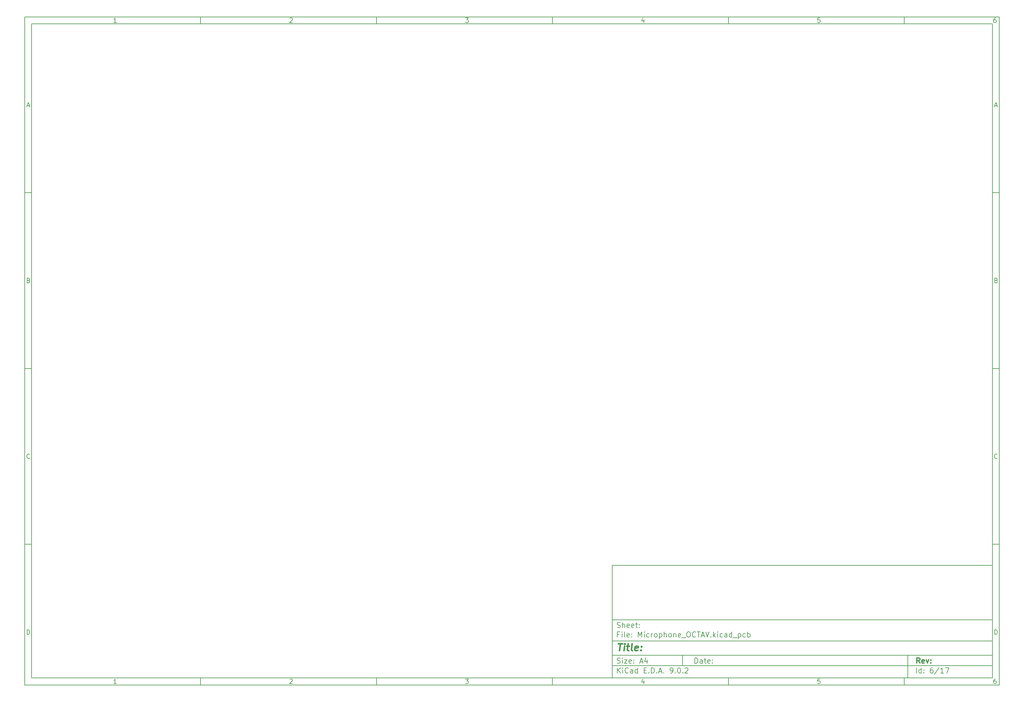
<source format=gbr>
%TF.GenerationSoftware,KiCad,Pcbnew,9.0.2*%
%TF.CreationDate,2025-08-29T05:40:04+02:00*%
%TF.ProjectId,Microphone_OCTAV,4d696372-6f70-4686-9f6e-655f4f435441,rev?*%
%TF.SameCoordinates,Original*%
%TF.FileFunction,Glue,Bot*%
%TF.FilePolarity,Positive*%
%FSLAX46Y46*%
G04 Gerber Fmt 4.6, Leading zero omitted, Abs format (unit mm)*
G04 Created by KiCad (PCBNEW 9.0.2) date 2025-08-29 05:40:04*
%MOMM*%
%LPD*%
G01*
G04 APERTURE LIST*
%ADD10C,0.100000*%
%ADD11C,0.150000*%
%ADD12C,0.300000*%
%ADD13C,0.400000*%
G04 APERTURE END LIST*
D10*
D11*
X177002200Y-166007200D02*
X285002200Y-166007200D01*
X285002200Y-198007200D01*
X177002200Y-198007200D01*
X177002200Y-166007200D01*
D10*
D11*
X10000000Y-10000000D02*
X287002200Y-10000000D01*
X287002200Y-200007200D01*
X10000000Y-200007200D01*
X10000000Y-10000000D01*
D10*
D11*
X12000000Y-12000000D02*
X285002200Y-12000000D01*
X285002200Y-198007200D01*
X12000000Y-198007200D01*
X12000000Y-12000000D01*
D10*
D11*
X60000000Y-12000000D02*
X60000000Y-10000000D01*
D10*
D11*
X110000000Y-12000000D02*
X110000000Y-10000000D01*
D10*
D11*
X160000000Y-12000000D02*
X160000000Y-10000000D01*
D10*
D11*
X210000000Y-12000000D02*
X210000000Y-10000000D01*
D10*
D11*
X260000000Y-12000000D02*
X260000000Y-10000000D01*
D10*
D11*
X36089160Y-11593604D02*
X35346303Y-11593604D01*
X35717731Y-11593604D02*
X35717731Y-10293604D01*
X35717731Y-10293604D02*
X35593922Y-10479319D01*
X35593922Y-10479319D02*
X35470112Y-10603128D01*
X35470112Y-10603128D02*
X35346303Y-10665033D01*
D10*
D11*
X85346303Y-10417414D02*
X85408207Y-10355509D01*
X85408207Y-10355509D02*
X85532017Y-10293604D01*
X85532017Y-10293604D02*
X85841541Y-10293604D01*
X85841541Y-10293604D02*
X85965350Y-10355509D01*
X85965350Y-10355509D02*
X86027255Y-10417414D01*
X86027255Y-10417414D02*
X86089160Y-10541223D01*
X86089160Y-10541223D02*
X86089160Y-10665033D01*
X86089160Y-10665033D02*
X86027255Y-10850747D01*
X86027255Y-10850747D02*
X85284398Y-11593604D01*
X85284398Y-11593604D02*
X86089160Y-11593604D01*
D10*
D11*
X135284398Y-10293604D02*
X136089160Y-10293604D01*
X136089160Y-10293604D02*
X135655826Y-10788842D01*
X135655826Y-10788842D02*
X135841541Y-10788842D01*
X135841541Y-10788842D02*
X135965350Y-10850747D01*
X135965350Y-10850747D02*
X136027255Y-10912652D01*
X136027255Y-10912652D02*
X136089160Y-11036461D01*
X136089160Y-11036461D02*
X136089160Y-11345985D01*
X136089160Y-11345985D02*
X136027255Y-11469795D01*
X136027255Y-11469795D02*
X135965350Y-11531700D01*
X135965350Y-11531700D02*
X135841541Y-11593604D01*
X135841541Y-11593604D02*
X135470112Y-11593604D01*
X135470112Y-11593604D02*
X135346303Y-11531700D01*
X135346303Y-11531700D02*
X135284398Y-11469795D01*
D10*
D11*
X185965350Y-10726938D02*
X185965350Y-11593604D01*
X185655826Y-10231700D02*
X185346303Y-11160271D01*
X185346303Y-11160271D02*
X186151064Y-11160271D01*
D10*
D11*
X236027255Y-10293604D02*
X235408207Y-10293604D01*
X235408207Y-10293604D02*
X235346303Y-10912652D01*
X235346303Y-10912652D02*
X235408207Y-10850747D01*
X235408207Y-10850747D02*
X235532017Y-10788842D01*
X235532017Y-10788842D02*
X235841541Y-10788842D01*
X235841541Y-10788842D02*
X235965350Y-10850747D01*
X235965350Y-10850747D02*
X236027255Y-10912652D01*
X236027255Y-10912652D02*
X236089160Y-11036461D01*
X236089160Y-11036461D02*
X236089160Y-11345985D01*
X236089160Y-11345985D02*
X236027255Y-11469795D01*
X236027255Y-11469795D02*
X235965350Y-11531700D01*
X235965350Y-11531700D02*
X235841541Y-11593604D01*
X235841541Y-11593604D02*
X235532017Y-11593604D01*
X235532017Y-11593604D02*
X235408207Y-11531700D01*
X235408207Y-11531700D02*
X235346303Y-11469795D01*
D10*
D11*
X285965350Y-10293604D02*
X285717731Y-10293604D01*
X285717731Y-10293604D02*
X285593922Y-10355509D01*
X285593922Y-10355509D02*
X285532017Y-10417414D01*
X285532017Y-10417414D02*
X285408207Y-10603128D01*
X285408207Y-10603128D02*
X285346303Y-10850747D01*
X285346303Y-10850747D02*
X285346303Y-11345985D01*
X285346303Y-11345985D02*
X285408207Y-11469795D01*
X285408207Y-11469795D02*
X285470112Y-11531700D01*
X285470112Y-11531700D02*
X285593922Y-11593604D01*
X285593922Y-11593604D02*
X285841541Y-11593604D01*
X285841541Y-11593604D02*
X285965350Y-11531700D01*
X285965350Y-11531700D02*
X286027255Y-11469795D01*
X286027255Y-11469795D02*
X286089160Y-11345985D01*
X286089160Y-11345985D02*
X286089160Y-11036461D01*
X286089160Y-11036461D02*
X286027255Y-10912652D01*
X286027255Y-10912652D02*
X285965350Y-10850747D01*
X285965350Y-10850747D02*
X285841541Y-10788842D01*
X285841541Y-10788842D02*
X285593922Y-10788842D01*
X285593922Y-10788842D02*
X285470112Y-10850747D01*
X285470112Y-10850747D02*
X285408207Y-10912652D01*
X285408207Y-10912652D02*
X285346303Y-11036461D01*
D10*
D11*
X60000000Y-198007200D02*
X60000000Y-200007200D01*
D10*
D11*
X110000000Y-198007200D02*
X110000000Y-200007200D01*
D10*
D11*
X160000000Y-198007200D02*
X160000000Y-200007200D01*
D10*
D11*
X210000000Y-198007200D02*
X210000000Y-200007200D01*
D10*
D11*
X260000000Y-198007200D02*
X260000000Y-200007200D01*
D10*
D11*
X36089160Y-199600804D02*
X35346303Y-199600804D01*
X35717731Y-199600804D02*
X35717731Y-198300804D01*
X35717731Y-198300804D02*
X35593922Y-198486519D01*
X35593922Y-198486519D02*
X35470112Y-198610328D01*
X35470112Y-198610328D02*
X35346303Y-198672233D01*
D10*
D11*
X85346303Y-198424614D02*
X85408207Y-198362709D01*
X85408207Y-198362709D02*
X85532017Y-198300804D01*
X85532017Y-198300804D02*
X85841541Y-198300804D01*
X85841541Y-198300804D02*
X85965350Y-198362709D01*
X85965350Y-198362709D02*
X86027255Y-198424614D01*
X86027255Y-198424614D02*
X86089160Y-198548423D01*
X86089160Y-198548423D02*
X86089160Y-198672233D01*
X86089160Y-198672233D02*
X86027255Y-198857947D01*
X86027255Y-198857947D02*
X85284398Y-199600804D01*
X85284398Y-199600804D02*
X86089160Y-199600804D01*
D10*
D11*
X135284398Y-198300804D02*
X136089160Y-198300804D01*
X136089160Y-198300804D02*
X135655826Y-198796042D01*
X135655826Y-198796042D02*
X135841541Y-198796042D01*
X135841541Y-198796042D02*
X135965350Y-198857947D01*
X135965350Y-198857947D02*
X136027255Y-198919852D01*
X136027255Y-198919852D02*
X136089160Y-199043661D01*
X136089160Y-199043661D02*
X136089160Y-199353185D01*
X136089160Y-199353185D02*
X136027255Y-199476995D01*
X136027255Y-199476995D02*
X135965350Y-199538900D01*
X135965350Y-199538900D02*
X135841541Y-199600804D01*
X135841541Y-199600804D02*
X135470112Y-199600804D01*
X135470112Y-199600804D02*
X135346303Y-199538900D01*
X135346303Y-199538900D02*
X135284398Y-199476995D01*
D10*
D11*
X185965350Y-198734138D02*
X185965350Y-199600804D01*
X185655826Y-198238900D02*
X185346303Y-199167471D01*
X185346303Y-199167471D02*
X186151064Y-199167471D01*
D10*
D11*
X236027255Y-198300804D02*
X235408207Y-198300804D01*
X235408207Y-198300804D02*
X235346303Y-198919852D01*
X235346303Y-198919852D02*
X235408207Y-198857947D01*
X235408207Y-198857947D02*
X235532017Y-198796042D01*
X235532017Y-198796042D02*
X235841541Y-198796042D01*
X235841541Y-198796042D02*
X235965350Y-198857947D01*
X235965350Y-198857947D02*
X236027255Y-198919852D01*
X236027255Y-198919852D02*
X236089160Y-199043661D01*
X236089160Y-199043661D02*
X236089160Y-199353185D01*
X236089160Y-199353185D02*
X236027255Y-199476995D01*
X236027255Y-199476995D02*
X235965350Y-199538900D01*
X235965350Y-199538900D02*
X235841541Y-199600804D01*
X235841541Y-199600804D02*
X235532017Y-199600804D01*
X235532017Y-199600804D02*
X235408207Y-199538900D01*
X235408207Y-199538900D02*
X235346303Y-199476995D01*
D10*
D11*
X285965350Y-198300804D02*
X285717731Y-198300804D01*
X285717731Y-198300804D02*
X285593922Y-198362709D01*
X285593922Y-198362709D02*
X285532017Y-198424614D01*
X285532017Y-198424614D02*
X285408207Y-198610328D01*
X285408207Y-198610328D02*
X285346303Y-198857947D01*
X285346303Y-198857947D02*
X285346303Y-199353185D01*
X285346303Y-199353185D02*
X285408207Y-199476995D01*
X285408207Y-199476995D02*
X285470112Y-199538900D01*
X285470112Y-199538900D02*
X285593922Y-199600804D01*
X285593922Y-199600804D02*
X285841541Y-199600804D01*
X285841541Y-199600804D02*
X285965350Y-199538900D01*
X285965350Y-199538900D02*
X286027255Y-199476995D01*
X286027255Y-199476995D02*
X286089160Y-199353185D01*
X286089160Y-199353185D02*
X286089160Y-199043661D01*
X286089160Y-199043661D02*
X286027255Y-198919852D01*
X286027255Y-198919852D02*
X285965350Y-198857947D01*
X285965350Y-198857947D02*
X285841541Y-198796042D01*
X285841541Y-198796042D02*
X285593922Y-198796042D01*
X285593922Y-198796042D02*
X285470112Y-198857947D01*
X285470112Y-198857947D02*
X285408207Y-198919852D01*
X285408207Y-198919852D02*
X285346303Y-199043661D01*
D10*
D11*
X10000000Y-60000000D02*
X12000000Y-60000000D01*
D10*
D11*
X10000000Y-110000000D02*
X12000000Y-110000000D01*
D10*
D11*
X10000000Y-160000000D02*
X12000000Y-160000000D01*
D10*
D11*
X10690476Y-35222176D02*
X11309523Y-35222176D01*
X10566666Y-35593604D02*
X10999999Y-34293604D01*
X10999999Y-34293604D02*
X11433333Y-35593604D01*
D10*
D11*
X11092857Y-84912652D02*
X11278571Y-84974557D01*
X11278571Y-84974557D02*
X11340476Y-85036461D01*
X11340476Y-85036461D02*
X11402380Y-85160271D01*
X11402380Y-85160271D02*
X11402380Y-85345985D01*
X11402380Y-85345985D02*
X11340476Y-85469795D01*
X11340476Y-85469795D02*
X11278571Y-85531700D01*
X11278571Y-85531700D02*
X11154761Y-85593604D01*
X11154761Y-85593604D02*
X10659523Y-85593604D01*
X10659523Y-85593604D02*
X10659523Y-84293604D01*
X10659523Y-84293604D02*
X11092857Y-84293604D01*
X11092857Y-84293604D02*
X11216666Y-84355509D01*
X11216666Y-84355509D02*
X11278571Y-84417414D01*
X11278571Y-84417414D02*
X11340476Y-84541223D01*
X11340476Y-84541223D02*
X11340476Y-84665033D01*
X11340476Y-84665033D02*
X11278571Y-84788842D01*
X11278571Y-84788842D02*
X11216666Y-84850747D01*
X11216666Y-84850747D02*
X11092857Y-84912652D01*
X11092857Y-84912652D02*
X10659523Y-84912652D01*
D10*
D11*
X11402380Y-135469795D02*
X11340476Y-135531700D01*
X11340476Y-135531700D02*
X11154761Y-135593604D01*
X11154761Y-135593604D02*
X11030952Y-135593604D01*
X11030952Y-135593604D02*
X10845238Y-135531700D01*
X10845238Y-135531700D02*
X10721428Y-135407890D01*
X10721428Y-135407890D02*
X10659523Y-135284080D01*
X10659523Y-135284080D02*
X10597619Y-135036461D01*
X10597619Y-135036461D02*
X10597619Y-134850747D01*
X10597619Y-134850747D02*
X10659523Y-134603128D01*
X10659523Y-134603128D02*
X10721428Y-134479319D01*
X10721428Y-134479319D02*
X10845238Y-134355509D01*
X10845238Y-134355509D02*
X11030952Y-134293604D01*
X11030952Y-134293604D02*
X11154761Y-134293604D01*
X11154761Y-134293604D02*
X11340476Y-134355509D01*
X11340476Y-134355509D02*
X11402380Y-134417414D01*
D10*
D11*
X10659523Y-185593604D02*
X10659523Y-184293604D01*
X10659523Y-184293604D02*
X10969047Y-184293604D01*
X10969047Y-184293604D02*
X11154761Y-184355509D01*
X11154761Y-184355509D02*
X11278571Y-184479319D01*
X11278571Y-184479319D02*
X11340476Y-184603128D01*
X11340476Y-184603128D02*
X11402380Y-184850747D01*
X11402380Y-184850747D02*
X11402380Y-185036461D01*
X11402380Y-185036461D02*
X11340476Y-185284080D01*
X11340476Y-185284080D02*
X11278571Y-185407890D01*
X11278571Y-185407890D02*
X11154761Y-185531700D01*
X11154761Y-185531700D02*
X10969047Y-185593604D01*
X10969047Y-185593604D02*
X10659523Y-185593604D01*
D10*
D11*
X287002200Y-60000000D02*
X285002200Y-60000000D01*
D10*
D11*
X287002200Y-110000000D02*
X285002200Y-110000000D01*
D10*
D11*
X287002200Y-160000000D02*
X285002200Y-160000000D01*
D10*
D11*
X285692676Y-35222176D02*
X286311723Y-35222176D01*
X285568866Y-35593604D02*
X286002199Y-34293604D01*
X286002199Y-34293604D02*
X286435533Y-35593604D01*
D10*
D11*
X286095057Y-84912652D02*
X286280771Y-84974557D01*
X286280771Y-84974557D02*
X286342676Y-85036461D01*
X286342676Y-85036461D02*
X286404580Y-85160271D01*
X286404580Y-85160271D02*
X286404580Y-85345985D01*
X286404580Y-85345985D02*
X286342676Y-85469795D01*
X286342676Y-85469795D02*
X286280771Y-85531700D01*
X286280771Y-85531700D02*
X286156961Y-85593604D01*
X286156961Y-85593604D02*
X285661723Y-85593604D01*
X285661723Y-85593604D02*
X285661723Y-84293604D01*
X285661723Y-84293604D02*
X286095057Y-84293604D01*
X286095057Y-84293604D02*
X286218866Y-84355509D01*
X286218866Y-84355509D02*
X286280771Y-84417414D01*
X286280771Y-84417414D02*
X286342676Y-84541223D01*
X286342676Y-84541223D02*
X286342676Y-84665033D01*
X286342676Y-84665033D02*
X286280771Y-84788842D01*
X286280771Y-84788842D02*
X286218866Y-84850747D01*
X286218866Y-84850747D02*
X286095057Y-84912652D01*
X286095057Y-84912652D02*
X285661723Y-84912652D01*
D10*
D11*
X286404580Y-135469795D02*
X286342676Y-135531700D01*
X286342676Y-135531700D02*
X286156961Y-135593604D01*
X286156961Y-135593604D02*
X286033152Y-135593604D01*
X286033152Y-135593604D02*
X285847438Y-135531700D01*
X285847438Y-135531700D02*
X285723628Y-135407890D01*
X285723628Y-135407890D02*
X285661723Y-135284080D01*
X285661723Y-135284080D02*
X285599819Y-135036461D01*
X285599819Y-135036461D02*
X285599819Y-134850747D01*
X285599819Y-134850747D02*
X285661723Y-134603128D01*
X285661723Y-134603128D02*
X285723628Y-134479319D01*
X285723628Y-134479319D02*
X285847438Y-134355509D01*
X285847438Y-134355509D02*
X286033152Y-134293604D01*
X286033152Y-134293604D02*
X286156961Y-134293604D01*
X286156961Y-134293604D02*
X286342676Y-134355509D01*
X286342676Y-134355509D02*
X286404580Y-134417414D01*
D10*
D11*
X285661723Y-185593604D02*
X285661723Y-184293604D01*
X285661723Y-184293604D02*
X285971247Y-184293604D01*
X285971247Y-184293604D02*
X286156961Y-184355509D01*
X286156961Y-184355509D02*
X286280771Y-184479319D01*
X286280771Y-184479319D02*
X286342676Y-184603128D01*
X286342676Y-184603128D02*
X286404580Y-184850747D01*
X286404580Y-184850747D02*
X286404580Y-185036461D01*
X286404580Y-185036461D02*
X286342676Y-185284080D01*
X286342676Y-185284080D02*
X286280771Y-185407890D01*
X286280771Y-185407890D02*
X286156961Y-185531700D01*
X286156961Y-185531700D02*
X285971247Y-185593604D01*
X285971247Y-185593604D02*
X285661723Y-185593604D01*
D10*
D11*
X200458026Y-193793328D02*
X200458026Y-192293328D01*
X200458026Y-192293328D02*
X200815169Y-192293328D01*
X200815169Y-192293328D02*
X201029455Y-192364757D01*
X201029455Y-192364757D02*
X201172312Y-192507614D01*
X201172312Y-192507614D02*
X201243741Y-192650471D01*
X201243741Y-192650471D02*
X201315169Y-192936185D01*
X201315169Y-192936185D02*
X201315169Y-193150471D01*
X201315169Y-193150471D02*
X201243741Y-193436185D01*
X201243741Y-193436185D02*
X201172312Y-193579042D01*
X201172312Y-193579042D02*
X201029455Y-193721900D01*
X201029455Y-193721900D02*
X200815169Y-193793328D01*
X200815169Y-193793328D02*
X200458026Y-193793328D01*
X202600884Y-193793328D02*
X202600884Y-193007614D01*
X202600884Y-193007614D02*
X202529455Y-192864757D01*
X202529455Y-192864757D02*
X202386598Y-192793328D01*
X202386598Y-192793328D02*
X202100884Y-192793328D01*
X202100884Y-192793328D02*
X201958026Y-192864757D01*
X202600884Y-193721900D02*
X202458026Y-193793328D01*
X202458026Y-193793328D02*
X202100884Y-193793328D01*
X202100884Y-193793328D02*
X201958026Y-193721900D01*
X201958026Y-193721900D02*
X201886598Y-193579042D01*
X201886598Y-193579042D02*
X201886598Y-193436185D01*
X201886598Y-193436185D02*
X201958026Y-193293328D01*
X201958026Y-193293328D02*
X202100884Y-193221900D01*
X202100884Y-193221900D02*
X202458026Y-193221900D01*
X202458026Y-193221900D02*
X202600884Y-193150471D01*
X203100884Y-192793328D02*
X203672312Y-192793328D01*
X203315169Y-192293328D02*
X203315169Y-193579042D01*
X203315169Y-193579042D02*
X203386598Y-193721900D01*
X203386598Y-193721900D02*
X203529455Y-193793328D01*
X203529455Y-193793328D02*
X203672312Y-193793328D01*
X204743741Y-193721900D02*
X204600884Y-193793328D01*
X204600884Y-193793328D02*
X204315170Y-193793328D01*
X204315170Y-193793328D02*
X204172312Y-193721900D01*
X204172312Y-193721900D02*
X204100884Y-193579042D01*
X204100884Y-193579042D02*
X204100884Y-193007614D01*
X204100884Y-193007614D02*
X204172312Y-192864757D01*
X204172312Y-192864757D02*
X204315170Y-192793328D01*
X204315170Y-192793328D02*
X204600884Y-192793328D01*
X204600884Y-192793328D02*
X204743741Y-192864757D01*
X204743741Y-192864757D02*
X204815170Y-193007614D01*
X204815170Y-193007614D02*
X204815170Y-193150471D01*
X204815170Y-193150471D02*
X204100884Y-193293328D01*
X205458026Y-193650471D02*
X205529455Y-193721900D01*
X205529455Y-193721900D02*
X205458026Y-193793328D01*
X205458026Y-193793328D02*
X205386598Y-193721900D01*
X205386598Y-193721900D02*
X205458026Y-193650471D01*
X205458026Y-193650471D02*
X205458026Y-193793328D01*
X205458026Y-192864757D02*
X205529455Y-192936185D01*
X205529455Y-192936185D02*
X205458026Y-193007614D01*
X205458026Y-193007614D02*
X205386598Y-192936185D01*
X205386598Y-192936185D02*
X205458026Y-192864757D01*
X205458026Y-192864757D02*
X205458026Y-193007614D01*
D10*
D11*
X177002200Y-194507200D02*
X285002200Y-194507200D01*
D10*
D11*
X178458026Y-196593328D02*
X178458026Y-195093328D01*
X179315169Y-196593328D02*
X178672312Y-195736185D01*
X179315169Y-195093328D02*
X178458026Y-195950471D01*
X179958026Y-196593328D02*
X179958026Y-195593328D01*
X179958026Y-195093328D02*
X179886598Y-195164757D01*
X179886598Y-195164757D02*
X179958026Y-195236185D01*
X179958026Y-195236185D02*
X180029455Y-195164757D01*
X180029455Y-195164757D02*
X179958026Y-195093328D01*
X179958026Y-195093328D02*
X179958026Y-195236185D01*
X181529455Y-196450471D02*
X181458027Y-196521900D01*
X181458027Y-196521900D02*
X181243741Y-196593328D01*
X181243741Y-196593328D02*
X181100884Y-196593328D01*
X181100884Y-196593328D02*
X180886598Y-196521900D01*
X180886598Y-196521900D02*
X180743741Y-196379042D01*
X180743741Y-196379042D02*
X180672312Y-196236185D01*
X180672312Y-196236185D02*
X180600884Y-195950471D01*
X180600884Y-195950471D02*
X180600884Y-195736185D01*
X180600884Y-195736185D02*
X180672312Y-195450471D01*
X180672312Y-195450471D02*
X180743741Y-195307614D01*
X180743741Y-195307614D02*
X180886598Y-195164757D01*
X180886598Y-195164757D02*
X181100884Y-195093328D01*
X181100884Y-195093328D02*
X181243741Y-195093328D01*
X181243741Y-195093328D02*
X181458027Y-195164757D01*
X181458027Y-195164757D02*
X181529455Y-195236185D01*
X182815170Y-196593328D02*
X182815170Y-195807614D01*
X182815170Y-195807614D02*
X182743741Y-195664757D01*
X182743741Y-195664757D02*
X182600884Y-195593328D01*
X182600884Y-195593328D02*
X182315170Y-195593328D01*
X182315170Y-195593328D02*
X182172312Y-195664757D01*
X182815170Y-196521900D02*
X182672312Y-196593328D01*
X182672312Y-196593328D02*
X182315170Y-196593328D01*
X182315170Y-196593328D02*
X182172312Y-196521900D01*
X182172312Y-196521900D02*
X182100884Y-196379042D01*
X182100884Y-196379042D02*
X182100884Y-196236185D01*
X182100884Y-196236185D02*
X182172312Y-196093328D01*
X182172312Y-196093328D02*
X182315170Y-196021900D01*
X182315170Y-196021900D02*
X182672312Y-196021900D01*
X182672312Y-196021900D02*
X182815170Y-195950471D01*
X184172313Y-196593328D02*
X184172313Y-195093328D01*
X184172313Y-196521900D02*
X184029455Y-196593328D01*
X184029455Y-196593328D02*
X183743741Y-196593328D01*
X183743741Y-196593328D02*
X183600884Y-196521900D01*
X183600884Y-196521900D02*
X183529455Y-196450471D01*
X183529455Y-196450471D02*
X183458027Y-196307614D01*
X183458027Y-196307614D02*
X183458027Y-195879042D01*
X183458027Y-195879042D02*
X183529455Y-195736185D01*
X183529455Y-195736185D02*
X183600884Y-195664757D01*
X183600884Y-195664757D02*
X183743741Y-195593328D01*
X183743741Y-195593328D02*
X184029455Y-195593328D01*
X184029455Y-195593328D02*
X184172313Y-195664757D01*
X186029455Y-195807614D02*
X186529455Y-195807614D01*
X186743741Y-196593328D02*
X186029455Y-196593328D01*
X186029455Y-196593328D02*
X186029455Y-195093328D01*
X186029455Y-195093328D02*
X186743741Y-195093328D01*
X187386598Y-196450471D02*
X187458027Y-196521900D01*
X187458027Y-196521900D02*
X187386598Y-196593328D01*
X187386598Y-196593328D02*
X187315170Y-196521900D01*
X187315170Y-196521900D02*
X187386598Y-196450471D01*
X187386598Y-196450471D02*
X187386598Y-196593328D01*
X188100884Y-196593328D02*
X188100884Y-195093328D01*
X188100884Y-195093328D02*
X188458027Y-195093328D01*
X188458027Y-195093328D02*
X188672313Y-195164757D01*
X188672313Y-195164757D02*
X188815170Y-195307614D01*
X188815170Y-195307614D02*
X188886599Y-195450471D01*
X188886599Y-195450471D02*
X188958027Y-195736185D01*
X188958027Y-195736185D02*
X188958027Y-195950471D01*
X188958027Y-195950471D02*
X188886599Y-196236185D01*
X188886599Y-196236185D02*
X188815170Y-196379042D01*
X188815170Y-196379042D02*
X188672313Y-196521900D01*
X188672313Y-196521900D02*
X188458027Y-196593328D01*
X188458027Y-196593328D02*
X188100884Y-196593328D01*
X189600884Y-196450471D02*
X189672313Y-196521900D01*
X189672313Y-196521900D02*
X189600884Y-196593328D01*
X189600884Y-196593328D02*
X189529456Y-196521900D01*
X189529456Y-196521900D02*
X189600884Y-196450471D01*
X189600884Y-196450471D02*
X189600884Y-196593328D01*
X190243742Y-196164757D02*
X190958028Y-196164757D01*
X190100885Y-196593328D02*
X190600885Y-195093328D01*
X190600885Y-195093328D02*
X191100885Y-196593328D01*
X191600884Y-196450471D02*
X191672313Y-196521900D01*
X191672313Y-196521900D02*
X191600884Y-196593328D01*
X191600884Y-196593328D02*
X191529456Y-196521900D01*
X191529456Y-196521900D02*
X191600884Y-196450471D01*
X191600884Y-196450471D02*
X191600884Y-196593328D01*
X193529456Y-196593328D02*
X193815170Y-196593328D01*
X193815170Y-196593328D02*
X193958027Y-196521900D01*
X193958027Y-196521900D02*
X194029456Y-196450471D01*
X194029456Y-196450471D02*
X194172313Y-196236185D01*
X194172313Y-196236185D02*
X194243742Y-195950471D01*
X194243742Y-195950471D02*
X194243742Y-195379042D01*
X194243742Y-195379042D02*
X194172313Y-195236185D01*
X194172313Y-195236185D02*
X194100885Y-195164757D01*
X194100885Y-195164757D02*
X193958027Y-195093328D01*
X193958027Y-195093328D02*
X193672313Y-195093328D01*
X193672313Y-195093328D02*
X193529456Y-195164757D01*
X193529456Y-195164757D02*
X193458027Y-195236185D01*
X193458027Y-195236185D02*
X193386599Y-195379042D01*
X193386599Y-195379042D02*
X193386599Y-195736185D01*
X193386599Y-195736185D02*
X193458027Y-195879042D01*
X193458027Y-195879042D02*
X193529456Y-195950471D01*
X193529456Y-195950471D02*
X193672313Y-196021900D01*
X193672313Y-196021900D02*
X193958027Y-196021900D01*
X193958027Y-196021900D02*
X194100885Y-195950471D01*
X194100885Y-195950471D02*
X194172313Y-195879042D01*
X194172313Y-195879042D02*
X194243742Y-195736185D01*
X194886598Y-196450471D02*
X194958027Y-196521900D01*
X194958027Y-196521900D02*
X194886598Y-196593328D01*
X194886598Y-196593328D02*
X194815170Y-196521900D01*
X194815170Y-196521900D02*
X194886598Y-196450471D01*
X194886598Y-196450471D02*
X194886598Y-196593328D01*
X195886599Y-195093328D02*
X196029456Y-195093328D01*
X196029456Y-195093328D02*
X196172313Y-195164757D01*
X196172313Y-195164757D02*
X196243742Y-195236185D01*
X196243742Y-195236185D02*
X196315170Y-195379042D01*
X196315170Y-195379042D02*
X196386599Y-195664757D01*
X196386599Y-195664757D02*
X196386599Y-196021900D01*
X196386599Y-196021900D02*
X196315170Y-196307614D01*
X196315170Y-196307614D02*
X196243742Y-196450471D01*
X196243742Y-196450471D02*
X196172313Y-196521900D01*
X196172313Y-196521900D02*
X196029456Y-196593328D01*
X196029456Y-196593328D02*
X195886599Y-196593328D01*
X195886599Y-196593328D02*
X195743742Y-196521900D01*
X195743742Y-196521900D02*
X195672313Y-196450471D01*
X195672313Y-196450471D02*
X195600884Y-196307614D01*
X195600884Y-196307614D02*
X195529456Y-196021900D01*
X195529456Y-196021900D02*
X195529456Y-195664757D01*
X195529456Y-195664757D02*
X195600884Y-195379042D01*
X195600884Y-195379042D02*
X195672313Y-195236185D01*
X195672313Y-195236185D02*
X195743742Y-195164757D01*
X195743742Y-195164757D02*
X195886599Y-195093328D01*
X197029455Y-196450471D02*
X197100884Y-196521900D01*
X197100884Y-196521900D02*
X197029455Y-196593328D01*
X197029455Y-196593328D02*
X196958027Y-196521900D01*
X196958027Y-196521900D02*
X197029455Y-196450471D01*
X197029455Y-196450471D02*
X197029455Y-196593328D01*
X197672313Y-195236185D02*
X197743741Y-195164757D01*
X197743741Y-195164757D02*
X197886599Y-195093328D01*
X197886599Y-195093328D02*
X198243741Y-195093328D01*
X198243741Y-195093328D02*
X198386599Y-195164757D01*
X198386599Y-195164757D02*
X198458027Y-195236185D01*
X198458027Y-195236185D02*
X198529456Y-195379042D01*
X198529456Y-195379042D02*
X198529456Y-195521900D01*
X198529456Y-195521900D02*
X198458027Y-195736185D01*
X198458027Y-195736185D02*
X197600884Y-196593328D01*
X197600884Y-196593328D02*
X198529456Y-196593328D01*
D10*
D11*
X177002200Y-191507200D02*
X285002200Y-191507200D01*
D10*
D12*
X264413853Y-193785528D02*
X263913853Y-193071242D01*
X263556710Y-193785528D02*
X263556710Y-192285528D01*
X263556710Y-192285528D02*
X264128139Y-192285528D01*
X264128139Y-192285528D02*
X264270996Y-192356957D01*
X264270996Y-192356957D02*
X264342425Y-192428385D01*
X264342425Y-192428385D02*
X264413853Y-192571242D01*
X264413853Y-192571242D02*
X264413853Y-192785528D01*
X264413853Y-192785528D02*
X264342425Y-192928385D01*
X264342425Y-192928385D02*
X264270996Y-192999814D01*
X264270996Y-192999814D02*
X264128139Y-193071242D01*
X264128139Y-193071242D02*
X263556710Y-193071242D01*
X265628139Y-193714100D02*
X265485282Y-193785528D01*
X265485282Y-193785528D02*
X265199568Y-193785528D01*
X265199568Y-193785528D02*
X265056710Y-193714100D01*
X265056710Y-193714100D02*
X264985282Y-193571242D01*
X264985282Y-193571242D02*
X264985282Y-192999814D01*
X264985282Y-192999814D02*
X265056710Y-192856957D01*
X265056710Y-192856957D02*
X265199568Y-192785528D01*
X265199568Y-192785528D02*
X265485282Y-192785528D01*
X265485282Y-192785528D02*
X265628139Y-192856957D01*
X265628139Y-192856957D02*
X265699568Y-192999814D01*
X265699568Y-192999814D02*
X265699568Y-193142671D01*
X265699568Y-193142671D02*
X264985282Y-193285528D01*
X266199567Y-192785528D02*
X266556710Y-193785528D01*
X266556710Y-193785528D02*
X266913853Y-192785528D01*
X267485281Y-193642671D02*
X267556710Y-193714100D01*
X267556710Y-193714100D02*
X267485281Y-193785528D01*
X267485281Y-193785528D02*
X267413853Y-193714100D01*
X267413853Y-193714100D02*
X267485281Y-193642671D01*
X267485281Y-193642671D02*
X267485281Y-193785528D01*
X267485281Y-192856957D02*
X267556710Y-192928385D01*
X267556710Y-192928385D02*
X267485281Y-192999814D01*
X267485281Y-192999814D02*
X267413853Y-192928385D01*
X267413853Y-192928385D02*
X267485281Y-192856957D01*
X267485281Y-192856957D02*
X267485281Y-192999814D01*
D10*
D11*
X178386598Y-193721900D02*
X178600884Y-193793328D01*
X178600884Y-193793328D02*
X178958026Y-193793328D01*
X178958026Y-193793328D02*
X179100884Y-193721900D01*
X179100884Y-193721900D02*
X179172312Y-193650471D01*
X179172312Y-193650471D02*
X179243741Y-193507614D01*
X179243741Y-193507614D02*
X179243741Y-193364757D01*
X179243741Y-193364757D02*
X179172312Y-193221900D01*
X179172312Y-193221900D02*
X179100884Y-193150471D01*
X179100884Y-193150471D02*
X178958026Y-193079042D01*
X178958026Y-193079042D02*
X178672312Y-193007614D01*
X178672312Y-193007614D02*
X178529455Y-192936185D01*
X178529455Y-192936185D02*
X178458026Y-192864757D01*
X178458026Y-192864757D02*
X178386598Y-192721900D01*
X178386598Y-192721900D02*
X178386598Y-192579042D01*
X178386598Y-192579042D02*
X178458026Y-192436185D01*
X178458026Y-192436185D02*
X178529455Y-192364757D01*
X178529455Y-192364757D02*
X178672312Y-192293328D01*
X178672312Y-192293328D02*
X179029455Y-192293328D01*
X179029455Y-192293328D02*
X179243741Y-192364757D01*
X179886597Y-193793328D02*
X179886597Y-192793328D01*
X179886597Y-192293328D02*
X179815169Y-192364757D01*
X179815169Y-192364757D02*
X179886597Y-192436185D01*
X179886597Y-192436185D02*
X179958026Y-192364757D01*
X179958026Y-192364757D02*
X179886597Y-192293328D01*
X179886597Y-192293328D02*
X179886597Y-192436185D01*
X180458026Y-192793328D02*
X181243741Y-192793328D01*
X181243741Y-192793328D02*
X180458026Y-193793328D01*
X180458026Y-193793328D02*
X181243741Y-193793328D01*
X182386598Y-193721900D02*
X182243741Y-193793328D01*
X182243741Y-193793328D02*
X181958027Y-193793328D01*
X181958027Y-193793328D02*
X181815169Y-193721900D01*
X181815169Y-193721900D02*
X181743741Y-193579042D01*
X181743741Y-193579042D02*
X181743741Y-193007614D01*
X181743741Y-193007614D02*
X181815169Y-192864757D01*
X181815169Y-192864757D02*
X181958027Y-192793328D01*
X181958027Y-192793328D02*
X182243741Y-192793328D01*
X182243741Y-192793328D02*
X182386598Y-192864757D01*
X182386598Y-192864757D02*
X182458027Y-193007614D01*
X182458027Y-193007614D02*
X182458027Y-193150471D01*
X182458027Y-193150471D02*
X181743741Y-193293328D01*
X183100883Y-193650471D02*
X183172312Y-193721900D01*
X183172312Y-193721900D02*
X183100883Y-193793328D01*
X183100883Y-193793328D02*
X183029455Y-193721900D01*
X183029455Y-193721900D02*
X183100883Y-193650471D01*
X183100883Y-193650471D02*
X183100883Y-193793328D01*
X183100883Y-192864757D02*
X183172312Y-192936185D01*
X183172312Y-192936185D02*
X183100883Y-193007614D01*
X183100883Y-193007614D02*
X183029455Y-192936185D01*
X183029455Y-192936185D02*
X183100883Y-192864757D01*
X183100883Y-192864757D02*
X183100883Y-193007614D01*
X184886598Y-193364757D02*
X185600884Y-193364757D01*
X184743741Y-193793328D02*
X185243741Y-192293328D01*
X185243741Y-192293328D02*
X185743741Y-193793328D01*
X186886598Y-192793328D02*
X186886598Y-193793328D01*
X186529455Y-192221900D02*
X186172312Y-193293328D01*
X186172312Y-193293328D02*
X187100883Y-193293328D01*
D10*
D11*
X263458026Y-196593328D02*
X263458026Y-195093328D01*
X264815170Y-196593328D02*
X264815170Y-195093328D01*
X264815170Y-196521900D02*
X264672312Y-196593328D01*
X264672312Y-196593328D02*
X264386598Y-196593328D01*
X264386598Y-196593328D02*
X264243741Y-196521900D01*
X264243741Y-196521900D02*
X264172312Y-196450471D01*
X264172312Y-196450471D02*
X264100884Y-196307614D01*
X264100884Y-196307614D02*
X264100884Y-195879042D01*
X264100884Y-195879042D02*
X264172312Y-195736185D01*
X264172312Y-195736185D02*
X264243741Y-195664757D01*
X264243741Y-195664757D02*
X264386598Y-195593328D01*
X264386598Y-195593328D02*
X264672312Y-195593328D01*
X264672312Y-195593328D02*
X264815170Y-195664757D01*
X265529455Y-196450471D02*
X265600884Y-196521900D01*
X265600884Y-196521900D02*
X265529455Y-196593328D01*
X265529455Y-196593328D02*
X265458027Y-196521900D01*
X265458027Y-196521900D02*
X265529455Y-196450471D01*
X265529455Y-196450471D02*
X265529455Y-196593328D01*
X265529455Y-195664757D02*
X265600884Y-195736185D01*
X265600884Y-195736185D02*
X265529455Y-195807614D01*
X265529455Y-195807614D02*
X265458027Y-195736185D01*
X265458027Y-195736185D02*
X265529455Y-195664757D01*
X265529455Y-195664757D02*
X265529455Y-195807614D01*
X268029456Y-195093328D02*
X267743741Y-195093328D01*
X267743741Y-195093328D02*
X267600884Y-195164757D01*
X267600884Y-195164757D02*
X267529456Y-195236185D01*
X267529456Y-195236185D02*
X267386598Y-195450471D01*
X267386598Y-195450471D02*
X267315170Y-195736185D01*
X267315170Y-195736185D02*
X267315170Y-196307614D01*
X267315170Y-196307614D02*
X267386598Y-196450471D01*
X267386598Y-196450471D02*
X267458027Y-196521900D01*
X267458027Y-196521900D02*
X267600884Y-196593328D01*
X267600884Y-196593328D02*
X267886598Y-196593328D01*
X267886598Y-196593328D02*
X268029456Y-196521900D01*
X268029456Y-196521900D02*
X268100884Y-196450471D01*
X268100884Y-196450471D02*
X268172313Y-196307614D01*
X268172313Y-196307614D02*
X268172313Y-195950471D01*
X268172313Y-195950471D02*
X268100884Y-195807614D01*
X268100884Y-195807614D02*
X268029456Y-195736185D01*
X268029456Y-195736185D02*
X267886598Y-195664757D01*
X267886598Y-195664757D02*
X267600884Y-195664757D01*
X267600884Y-195664757D02*
X267458027Y-195736185D01*
X267458027Y-195736185D02*
X267386598Y-195807614D01*
X267386598Y-195807614D02*
X267315170Y-195950471D01*
X269886598Y-195021900D02*
X268600884Y-196950471D01*
X271172313Y-196593328D02*
X270315170Y-196593328D01*
X270743741Y-196593328D02*
X270743741Y-195093328D01*
X270743741Y-195093328D02*
X270600884Y-195307614D01*
X270600884Y-195307614D02*
X270458027Y-195450471D01*
X270458027Y-195450471D02*
X270315170Y-195521900D01*
X271672312Y-195093328D02*
X272672312Y-195093328D01*
X272672312Y-195093328D02*
X272029455Y-196593328D01*
D10*
D11*
X177002200Y-187507200D02*
X285002200Y-187507200D01*
D10*
D13*
X178693928Y-188211638D02*
X179836785Y-188211638D01*
X179015357Y-190211638D02*
X179265357Y-188211638D01*
X180253452Y-190211638D02*
X180420119Y-188878304D01*
X180503452Y-188211638D02*
X180396309Y-188306876D01*
X180396309Y-188306876D02*
X180479643Y-188402114D01*
X180479643Y-188402114D02*
X180586786Y-188306876D01*
X180586786Y-188306876D02*
X180503452Y-188211638D01*
X180503452Y-188211638D02*
X180479643Y-188402114D01*
X181086786Y-188878304D02*
X181848690Y-188878304D01*
X181455833Y-188211638D02*
X181241548Y-189925923D01*
X181241548Y-189925923D02*
X181312976Y-190116400D01*
X181312976Y-190116400D02*
X181491548Y-190211638D01*
X181491548Y-190211638D02*
X181682024Y-190211638D01*
X182634405Y-190211638D02*
X182455833Y-190116400D01*
X182455833Y-190116400D02*
X182384405Y-189925923D01*
X182384405Y-189925923D02*
X182598690Y-188211638D01*
X184170119Y-190116400D02*
X183967738Y-190211638D01*
X183967738Y-190211638D02*
X183586785Y-190211638D01*
X183586785Y-190211638D02*
X183408214Y-190116400D01*
X183408214Y-190116400D02*
X183336785Y-189925923D01*
X183336785Y-189925923D02*
X183432024Y-189164019D01*
X183432024Y-189164019D02*
X183551071Y-188973542D01*
X183551071Y-188973542D02*
X183753452Y-188878304D01*
X183753452Y-188878304D02*
X184134404Y-188878304D01*
X184134404Y-188878304D02*
X184312976Y-188973542D01*
X184312976Y-188973542D02*
X184384404Y-189164019D01*
X184384404Y-189164019D02*
X184360595Y-189354495D01*
X184360595Y-189354495D02*
X183384404Y-189544971D01*
X185134405Y-190021161D02*
X185217738Y-190116400D01*
X185217738Y-190116400D02*
X185110595Y-190211638D01*
X185110595Y-190211638D02*
X185027262Y-190116400D01*
X185027262Y-190116400D02*
X185134405Y-190021161D01*
X185134405Y-190021161D02*
X185110595Y-190211638D01*
X185265357Y-188973542D02*
X185348690Y-189068780D01*
X185348690Y-189068780D02*
X185241548Y-189164019D01*
X185241548Y-189164019D02*
X185158214Y-189068780D01*
X185158214Y-189068780D02*
X185265357Y-188973542D01*
X185265357Y-188973542D02*
X185241548Y-189164019D01*
D10*
D11*
X178958026Y-185607614D02*
X178458026Y-185607614D01*
X178458026Y-186393328D02*
X178458026Y-184893328D01*
X178458026Y-184893328D02*
X179172312Y-184893328D01*
X179743740Y-186393328D02*
X179743740Y-185393328D01*
X179743740Y-184893328D02*
X179672312Y-184964757D01*
X179672312Y-184964757D02*
X179743740Y-185036185D01*
X179743740Y-185036185D02*
X179815169Y-184964757D01*
X179815169Y-184964757D02*
X179743740Y-184893328D01*
X179743740Y-184893328D02*
X179743740Y-185036185D01*
X180672312Y-186393328D02*
X180529455Y-186321900D01*
X180529455Y-186321900D02*
X180458026Y-186179042D01*
X180458026Y-186179042D02*
X180458026Y-184893328D01*
X181815169Y-186321900D02*
X181672312Y-186393328D01*
X181672312Y-186393328D02*
X181386598Y-186393328D01*
X181386598Y-186393328D02*
X181243740Y-186321900D01*
X181243740Y-186321900D02*
X181172312Y-186179042D01*
X181172312Y-186179042D02*
X181172312Y-185607614D01*
X181172312Y-185607614D02*
X181243740Y-185464757D01*
X181243740Y-185464757D02*
X181386598Y-185393328D01*
X181386598Y-185393328D02*
X181672312Y-185393328D01*
X181672312Y-185393328D02*
X181815169Y-185464757D01*
X181815169Y-185464757D02*
X181886598Y-185607614D01*
X181886598Y-185607614D02*
X181886598Y-185750471D01*
X181886598Y-185750471D02*
X181172312Y-185893328D01*
X182529454Y-186250471D02*
X182600883Y-186321900D01*
X182600883Y-186321900D02*
X182529454Y-186393328D01*
X182529454Y-186393328D02*
X182458026Y-186321900D01*
X182458026Y-186321900D02*
X182529454Y-186250471D01*
X182529454Y-186250471D02*
X182529454Y-186393328D01*
X182529454Y-185464757D02*
X182600883Y-185536185D01*
X182600883Y-185536185D02*
X182529454Y-185607614D01*
X182529454Y-185607614D02*
X182458026Y-185536185D01*
X182458026Y-185536185D02*
X182529454Y-185464757D01*
X182529454Y-185464757D02*
X182529454Y-185607614D01*
X184386597Y-186393328D02*
X184386597Y-184893328D01*
X184386597Y-184893328D02*
X184886597Y-185964757D01*
X184886597Y-185964757D02*
X185386597Y-184893328D01*
X185386597Y-184893328D02*
X185386597Y-186393328D01*
X186100883Y-186393328D02*
X186100883Y-185393328D01*
X186100883Y-184893328D02*
X186029455Y-184964757D01*
X186029455Y-184964757D02*
X186100883Y-185036185D01*
X186100883Y-185036185D02*
X186172312Y-184964757D01*
X186172312Y-184964757D02*
X186100883Y-184893328D01*
X186100883Y-184893328D02*
X186100883Y-185036185D01*
X187458027Y-186321900D02*
X187315169Y-186393328D01*
X187315169Y-186393328D02*
X187029455Y-186393328D01*
X187029455Y-186393328D02*
X186886598Y-186321900D01*
X186886598Y-186321900D02*
X186815169Y-186250471D01*
X186815169Y-186250471D02*
X186743741Y-186107614D01*
X186743741Y-186107614D02*
X186743741Y-185679042D01*
X186743741Y-185679042D02*
X186815169Y-185536185D01*
X186815169Y-185536185D02*
X186886598Y-185464757D01*
X186886598Y-185464757D02*
X187029455Y-185393328D01*
X187029455Y-185393328D02*
X187315169Y-185393328D01*
X187315169Y-185393328D02*
X187458027Y-185464757D01*
X188100883Y-186393328D02*
X188100883Y-185393328D01*
X188100883Y-185679042D02*
X188172312Y-185536185D01*
X188172312Y-185536185D02*
X188243741Y-185464757D01*
X188243741Y-185464757D02*
X188386598Y-185393328D01*
X188386598Y-185393328D02*
X188529455Y-185393328D01*
X189243740Y-186393328D02*
X189100883Y-186321900D01*
X189100883Y-186321900D02*
X189029454Y-186250471D01*
X189029454Y-186250471D02*
X188958026Y-186107614D01*
X188958026Y-186107614D02*
X188958026Y-185679042D01*
X188958026Y-185679042D02*
X189029454Y-185536185D01*
X189029454Y-185536185D02*
X189100883Y-185464757D01*
X189100883Y-185464757D02*
X189243740Y-185393328D01*
X189243740Y-185393328D02*
X189458026Y-185393328D01*
X189458026Y-185393328D02*
X189600883Y-185464757D01*
X189600883Y-185464757D02*
X189672312Y-185536185D01*
X189672312Y-185536185D02*
X189743740Y-185679042D01*
X189743740Y-185679042D02*
X189743740Y-186107614D01*
X189743740Y-186107614D02*
X189672312Y-186250471D01*
X189672312Y-186250471D02*
X189600883Y-186321900D01*
X189600883Y-186321900D02*
X189458026Y-186393328D01*
X189458026Y-186393328D02*
X189243740Y-186393328D01*
X190386597Y-185393328D02*
X190386597Y-186893328D01*
X190386597Y-185464757D02*
X190529455Y-185393328D01*
X190529455Y-185393328D02*
X190815169Y-185393328D01*
X190815169Y-185393328D02*
X190958026Y-185464757D01*
X190958026Y-185464757D02*
X191029455Y-185536185D01*
X191029455Y-185536185D02*
X191100883Y-185679042D01*
X191100883Y-185679042D02*
X191100883Y-186107614D01*
X191100883Y-186107614D02*
X191029455Y-186250471D01*
X191029455Y-186250471D02*
X190958026Y-186321900D01*
X190958026Y-186321900D02*
X190815169Y-186393328D01*
X190815169Y-186393328D02*
X190529455Y-186393328D01*
X190529455Y-186393328D02*
X190386597Y-186321900D01*
X191743740Y-186393328D02*
X191743740Y-184893328D01*
X192386598Y-186393328D02*
X192386598Y-185607614D01*
X192386598Y-185607614D02*
X192315169Y-185464757D01*
X192315169Y-185464757D02*
X192172312Y-185393328D01*
X192172312Y-185393328D02*
X191958026Y-185393328D01*
X191958026Y-185393328D02*
X191815169Y-185464757D01*
X191815169Y-185464757D02*
X191743740Y-185536185D01*
X193315169Y-186393328D02*
X193172312Y-186321900D01*
X193172312Y-186321900D02*
X193100883Y-186250471D01*
X193100883Y-186250471D02*
X193029455Y-186107614D01*
X193029455Y-186107614D02*
X193029455Y-185679042D01*
X193029455Y-185679042D02*
X193100883Y-185536185D01*
X193100883Y-185536185D02*
X193172312Y-185464757D01*
X193172312Y-185464757D02*
X193315169Y-185393328D01*
X193315169Y-185393328D02*
X193529455Y-185393328D01*
X193529455Y-185393328D02*
X193672312Y-185464757D01*
X193672312Y-185464757D02*
X193743741Y-185536185D01*
X193743741Y-185536185D02*
X193815169Y-185679042D01*
X193815169Y-185679042D02*
X193815169Y-186107614D01*
X193815169Y-186107614D02*
X193743741Y-186250471D01*
X193743741Y-186250471D02*
X193672312Y-186321900D01*
X193672312Y-186321900D02*
X193529455Y-186393328D01*
X193529455Y-186393328D02*
X193315169Y-186393328D01*
X194458026Y-185393328D02*
X194458026Y-186393328D01*
X194458026Y-185536185D02*
X194529455Y-185464757D01*
X194529455Y-185464757D02*
X194672312Y-185393328D01*
X194672312Y-185393328D02*
X194886598Y-185393328D01*
X194886598Y-185393328D02*
X195029455Y-185464757D01*
X195029455Y-185464757D02*
X195100884Y-185607614D01*
X195100884Y-185607614D02*
X195100884Y-186393328D01*
X196386598Y-186321900D02*
X196243741Y-186393328D01*
X196243741Y-186393328D02*
X195958027Y-186393328D01*
X195958027Y-186393328D02*
X195815169Y-186321900D01*
X195815169Y-186321900D02*
X195743741Y-186179042D01*
X195743741Y-186179042D02*
X195743741Y-185607614D01*
X195743741Y-185607614D02*
X195815169Y-185464757D01*
X195815169Y-185464757D02*
X195958027Y-185393328D01*
X195958027Y-185393328D02*
X196243741Y-185393328D01*
X196243741Y-185393328D02*
X196386598Y-185464757D01*
X196386598Y-185464757D02*
X196458027Y-185607614D01*
X196458027Y-185607614D02*
X196458027Y-185750471D01*
X196458027Y-185750471D02*
X195743741Y-185893328D01*
X196743741Y-186536185D02*
X197886598Y-186536185D01*
X198529455Y-184893328D02*
X198815169Y-184893328D01*
X198815169Y-184893328D02*
X198958026Y-184964757D01*
X198958026Y-184964757D02*
X199100883Y-185107614D01*
X199100883Y-185107614D02*
X199172312Y-185393328D01*
X199172312Y-185393328D02*
X199172312Y-185893328D01*
X199172312Y-185893328D02*
X199100883Y-186179042D01*
X199100883Y-186179042D02*
X198958026Y-186321900D01*
X198958026Y-186321900D02*
X198815169Y-186393328D01*
X198815169Y-186393328D02*
X198529455Y-186393328D01*
X198529455Y-186393328D02*
X198386598Y-186321900D01*
X198386598Y-186321900D02*
X198243740Y-186179042D01*
X198243740Y-186179042D02*
X198172312Y-185893328D01*
X198172312Y-185893328D02*
X198172312Y-185393328D01*
X198172312Y-185393328D02*
X198243740Y-185107614D01*
X198243740Y-185107614D02*
X198386598Y-184964757D01*
X198386598Y-184964757D02*
X198529455Y-184893328D01*
X200672312Y-186250471D02*
X200600884Y-186321900D01*
X200600884Y-186321900D02*
X200386598Y-186393328D01*
X200386598Y-186393328D02*
X200243741Y-186393328D01*
X200243741Y-186393328D02*
X200029455Y-186321900D01*
X200029455Y-186321900D02*
X199886598Y-186179042D01*
X199886598Y-186179042D02*
X199815169Y-186036185D01*
X199815169Y-186036185D02*
X199743741Y-185750471D01*
X199743741Y-185750471D02*
X199743741Y-185536185D01*
X199743741Y-185536185D02*
X199815169Y-185250471D01*
X199815169Y-185250471D02*
X199886598Y-185107614D01*
X199886598Y-185107614D02*
X200029455Y-184964757D01*
X200029455Y-184964757D02*
X200243741Y-184893328D01*
X200243741Y-184893328D02*
X200386598Y-184893328D01*
X200386598Y-184893328D02*
X200600884Y-184964757D01*
X200600884Y-184964757D02*
X200672312Y-185036185D01*
X201100884Y-184893328D02*
X201958027Y-184893328D01*
X201529455Y-186393328D02*
X201529455Y-184893328D01*
X202386598Y-185964757D02*
X203100884Y-185964757D01*
X202243741Y-186393328D02*
X202743741Y-184893328D01*
X202743741Y-184893328D02*
X203243741Y-186393328D01*
X203529455Y-184893328D02*
X204029455Y-186393328D01*
X204029455Y-186393328D02*
X204529455Y-184893328D01*
X205029454Y-186250471D02*
X205100883Y-186321900D01*
X205100883Y-186321900D02*
X205029454Y-186393328D01*
X205029454Y-186393328D02*
X204958026Y-186321900D01*
X204958026Y-186321900D02*
X205029454Y-186250471D01*
X205029454Y-186250471D02*
X205029454Y-186393328D01*
X205743740Y-186393328D02*
X205743740Y-184893328D01*
X205886598Y-185821900D02*
X206315169Y-186393328D01*
X206315169Y-185393328D02*
X205743740Y-185964757D01*
X206958026Y-186393328D02*
X206958026Y-185393328D01*
X206958026Y-184893328D02*
X206886598Y-184964757D01*
X206886598Y-184964757D02*
X206958026Y-185036185D01*
X206958026Y-185036185D02*
X207029455Y-184964757D01*
X207029455Y-184964757D02*
X206958026Y-184893328D01*
X206958026Y-184893328D02*
X206958026Y-185036185D01*
X208315170Y-186321900D02*
X208172312Y-186393328D01*
X208172312Y-186393328D02*
X207886598Y-186393328D01*
X207886598Y-186393328D02*
X207743741Y-186321900D01*
X207743741Y-186321900D02*
X207672312Y-186250471D01*
X207672312Y-186250471D02*
X207600884Y-186107614D01*
X207600884Y-186107614D02*
X207600884Y-185679042D01*
X207600884Y-185679042D02*
X207672312Y-185536185D01*
X207672312Y-185536185D02*
X207743741Y-185464757D01*
X207743741Y-185464757D02*
X207886598Y-185393328D01*
X207886598Y-185393328D02*
X208172312Y-185393328D01*
X208172312Y-185393328D02*
X208315170Y-185464757D01*
X209600884Y-186393328D02*
X209600884Y-185607614D01*
X209600884Y-185607614D02*
X209529455Y-185464757D01*
X209529455Y-185464757D02*
X209386598Y-185393328D01*
X209386598Y-185393328D02*
X209100884Y-185393328D01*
X209100884Y-185393328D02*
X208958026Y-185464757D01*
X209600884Y-186321900D02*
X209458026Y-186393328D01*
X209458026Y-186393328D02*
X209100884Y-186393328D01*
X209100884Y-186393328D02*
X208958026Y-186321900D01*
X208958026Y-186321900D02*
X208886598Y-186179042D01*
X208886598Y-186179042D02*
X208886598Y-186036185D01*
X208886598Y-186036185D02*
X208958026Y-185893328D01*
X208958026Y-185893328D02*
X209100884Y-185821900D01*
X209100884Y-185821900D02*
X209458026Y-185821900D01*
X209458026Y-185821900D02*
X209600884Y-185750471D01*
X210958027Y-186393328D02*
X210958027Y-184893328D01*
X210958027Y-186321900D02*
X210815169Y-186393328D01*
X210815169Y-186393328D02*
X210529455Y-186393328D01*
X210529455Y-186393328D02*
X210386598Y-186321900D01*
X210386598Y-186321900D02*
X210315169Y-186250471D01*
X210315169Y-186250471D02*
X210243741Y-186107614D01*
X210243741Y-186107614D02*
X210243741Y-185679042D01*
X210243741Y-185679042D02*
X210315169Y-185536185D01*
X210315169Y-185536185D02*
X210386598Y-185464757D01*
X210386598Y-185464757D02*
X210529455Y-185393328D01*
X210529455Y-185393328D02*
X210815169Y-185393328D01*
X210815169Y-185393328D02*
X210958027Y-185464757D01*
X211315170Y-186536185D02*
X212458027Y-186536185D01*
X212815169Y-185393328D02*
X212815169Y-186893328D01*
X212815169Y-185464757D02*
X212958027Y-185393328D01*
X212958027Y-185393328D02*
X213243741Y-185393328D01*
X213243741Y-185393328D02*
X213386598Y-185464757D01*
X213386598Y-185464757D02*
X213458027Y-185536185D01*
X213458027Y-185536185D02*
X213529455Y-185679042D01*
X213529455Y-185679042D02*
X213529455Y-186107614D01*
X213529455Y-186107614D02*
X213458027Y-186250471D01*
X213458027Y-186250471D02*
X213386598Y-186321900D01*
X213386598Y-186321900D02*
X213243741Y-186393328D01*
X213243741Y-186393328D02*
X212958027Y-186393328D01*
X212958027Y-186393328D02*
X212815169Y-186321900D01*
X214815170Y-186321900D02*
X214672312Y-186393328D01*
X214672312Y-186393328D02*
X214386598Y-186393328D01*
X214386598Y-186393328D02*
X214243741Y-186321900D01*
X214243741Y-186321900D02*
X214172312Y-186250471D01*
X214172312Y-186250471D02*
X214100884Y-186107614D01*
X214100884Y-186107614D02*
X214100884Y-185679042D01*
X214100884Y-185679042D02*
X214172312Y-185536185D01*
X214172312Y-185536185D02*
X214243741Y-185464757D01*
X214243741Y-185464757D02*
X214386598Y-185393328D01*
X214386598Y-185393328D02*
X214672312Y-185393328D01*
X214672312Y-185393328D02*
X214815170Y-185464757D01*
X215458026Y-186393328D02*
X215458026Y-184893328D01*
X215458026Y-185464757D02*
X215600884Y-185393328D01*
X215600884Y-185393328D02*
X215886598Y-185393328D01*
X215886598Y-185393328D02*
X216029455Y-185464757D01*
X216029455Y-185464757D02*
X216100884Y-185536185D01*
X216100884Y-185536185D02*
X216172312Y-185679042D01*
X216172312Y-185679042D02*
X216172312Y-186107614D01*
X216172312Y-186107614D02*
X216100884Y-186250471D01*
X216100884Y-186250471D02*
X216029455Y-186321900D01*
X216029455Y-186321900D02*
X215886598Y-186393328D01*
X215886598Y-186393328D02*
X215600884Y-186393328D01*
X215600884Y-186393328D02*
X215458026Y-186321900D01*
D10*
D11*
X177002200Y-181507200D02*
X285002200Y-181507200D01*
D10*
D11*
X178386598Y-183621900D02*
X178600884Y-183693328D01*
X178600884Y-183693328D02*
X178958026Y-183693328D01*
X178958026Y-183693328D02*
X179100884Y-183621900D01*
X179100884Y-183621900D02*
X179172312Y-183550471D01*
X179172312Y-183550471D02*
X179243741Y-183407614D01*
X179243741Y-183407614D02*
X179243741Y-183264757D01*
X179243741Y-183264757D02*
X179172312Y-183121900D01*
X179172312Y-183121900D02*
X179100884Y-183050471D01*
X179100884Y-183050471D02*
X178958026Y-182979042D01*
X178958026Y-182979042D02*
X178672312Y-182907614D01*
X178672312Y-182907614D02*
X178529455Y-182836185D01*
X178529455Y-182836185D02*
X178458026Y-182764757D01*
X178458026Y-182764757D02*
X178386598Y-182621900D01*
X178386598Y-182621900D02*
X178386598Y-182479042D01*
X178386598Y-182479042D02*
X178458026Y-182336185D01*
X178458026Y-182336185D02*
X178529455Y-182264757D01*
X178529455Y-182264757D02*
X178672312Y-182193328D01*
X178672312Y-182193328D02*
X179029455Y-182193328D01*
X179029455Y-182193328D02*
X179243741Y-182264757D01*
X179886597Y-183693328D02*
X179886597Y-182193328D01*
X180529455Y-183693328D02*
X180529455Y-182907614D01*
X180529455Y-182907614D02*
X180458026Y-182764757D01*
X180458026Y-182764757D02*
X180315169Y-182693328D01*
X180315169Y-182693328D02*
X180100883Y-182693328D01*
X180100883Y-182693328D02*
X179958026Y-182764757D01*
X179958026Y-182764757D02*
X179886597Y-182836185D01*
X181815169Y-183621900D02*
X181672312Y-183693328D01*
X181672312Y-183693328D02*
X181386598Y-183693328D01*
X181386598Y-183693328D02*
X181243740Y-183621900D01*
X181243740Y-183621900D02*
X181172312Y-183479042D01*
X181172312Y-183479042D02*
X181172312Y-182907614D01*
X181172312Y-182907614D02*
X181243740Y-182764757D01*
X181243740Y-182764757D02*
X181386598Y-182693328D01*
X181386598Y-182693328D02*
X181672312Y-182693328D01*
X181672312Y-182693328D02*
X181815169Y-182764757D01*
X181815169Y-182764757D02*
X181886598Y-182907614D01*
X181886598Y-182907614D02*
X181886598Y-183050471D01*
X181886598Y-183050471D02*
X181172312Y-183193328D01*
X183100883Y-183621900D02*
X182958026Y-183693328D01*
X182958026Y-183693328D02*
X182672312Y-183693328D01*
X182672312Y-183693328D02*
X182529454Y-183621900D01*
X182529454Y-183621900D02*
X182458026Y-183479042D01*
X182458026Y-183479042D02*
X182458026Y-182907614D01*
X182458026Y-182907614D02*
X182529454Y-182764757D01*
X182529454Y-182764757D02*
X182672312Y-182693328D01*
X182672312Y-182693328D02*
X182958026Y-182693328D01*
X182958026Y-182693328D02*
X183100883Y-182764757D01*
X183100883Y-182764757D02*
X183172312Y-182907614D01*
X183172312Y-182907614D02*
X183172312Y-183050471D01*
X183172312Y-183050471D02*
X182458026Y-183193328D01*
X183600883Y-182693328D02*
X184172311Y-182693328D01*
X183815168Y-182193328D02*
X183815168Y-183479042D01*
X183815168Y-183479042D02*
X183886597Y-183621900D01*
X183886597Y-183621900D02*
X184029454Y-183693328D01*
X184029454Y-183693328D02*
X184172311Y-183693328D01*
X184672311Y-183550471D02*
X184743740Y-183621900D01*
X184743740Y-183621900D02*
X184672311Y-183693328D01*
X184672311Y-183693328D02*
X184600883Y-183621900D01*
X184600883Y-183621900D02*
X184672311Y-183550471D01*
X184672311Y-183550471D02*
X184672311Y-183693328D01*
X184672311Y-182764757D02*
X184743740Y-182836185D01*
X184743740Y-182836185D02*
X184672311Y-182907614D01*
X184672311Y-182907614D02*
X184600883Y-182836185D01*
X184600883Y-182836185D02*
X184672311Y-182764757D01*
X184672311Y-182764757D02*
X184672311Y-182907614D01*
D10*
D11*
X197002200Y-191507200D02*
X197002200Y-194507200D01*
D10*
D11*
X261002200Y-191507200D02*
X261002200Y-198007200D01*
M02*

</source>
